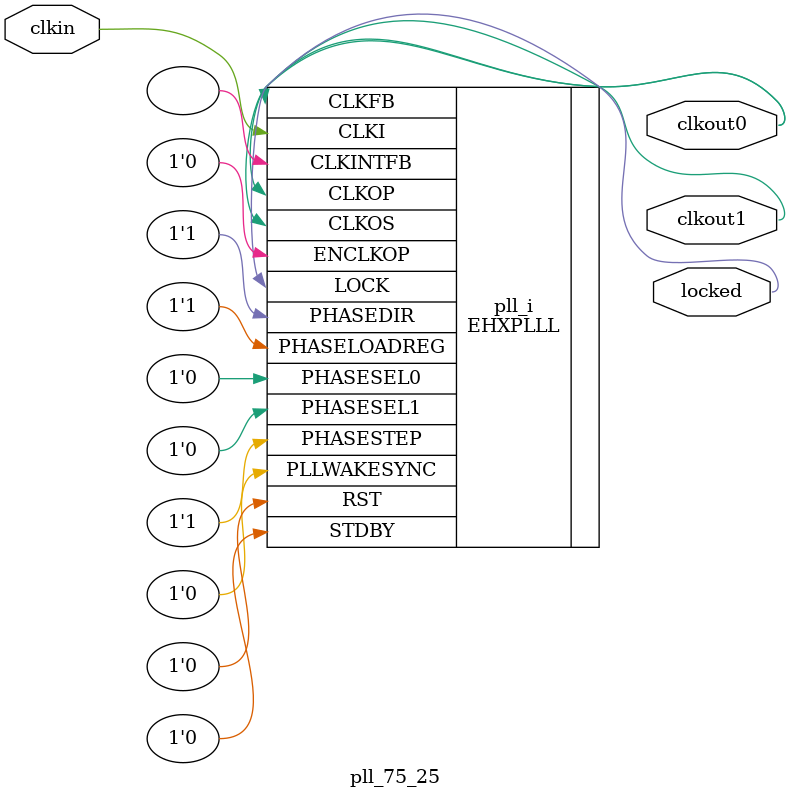
<source format=v>
module pll_75_25
(
    input clkin, // 25 MHz, 0 deg
    output clkout0, // 75 MHz, 0 deg
    output clkout1, // 25 MHz, 0 deg
    output locked
);
(* FREQUENCY_PIN_CLKI="25" *)
(* FREQUENCY_PIN_CLKOP="75" *)
(* FREQUENCY_PIN_CLKOS="25" *)
(* ICP_CURRENT="12" *) (* LPF_RESISTOR="8" *) (* MFG_ENABLE_FILTEROPAMP="1" *) (* MFG_GMCREF_SEL="2" *)
EHXPLLL #(
        .PLLRST_ENA("DISABLED"),
        .INTFB_WAKE("DISABLED"),
        .STDBY_ENABLE("DISABLED"),
        .DPHASE_SOURCE("DISABLED"),
        .OUTDIVIDER_MUXA("DIVA"),
        .OUTDIVIDER_MUXB("DIVB"),
        .OUTDIVIDER_MUXC("DIVC"),
        .OUTDIVIDER_MUXD("DIVD"),
        .CLKI_DIV(1),
        .CLKOP_ENABLE("ENABLED"),
        .CLKOP_DIV(8),
        .CLKOP_CPHASE(4),
        .CLKOP_FPHASE(0),
        .CLKOS_ENABLE("ENABLED"),
        .CLKOS_DIV(24),
        .CLKOS_CPHASE(4),
        .CLKOS_FPHASE(0),
        .FEEDBK_PATH("CLKOP"),
        .CLKFB_DIV(3)
    ) pll_i (
        .RST(1'b0),
        .STDBY(1'b0),
        .CLKI(clkin),
        .CLKOP(clkout0),
        .CLKOS(clkout1),
        .CLKFB(clkout0),
        .CLKINTFB(),
        .PHASESEL0(1'b0),
        .PHASESEL1(1'b0),
        .PHASEDIR(1'b1),
        .PHASESTEP(1'b1),
        .PHASELOADREG(1'b1),
        .PLLWAKESYNC(1'b0),
        .ENCLKOP(1'b0),
        .LOCK(locked)
	);
endmodule

</source>
